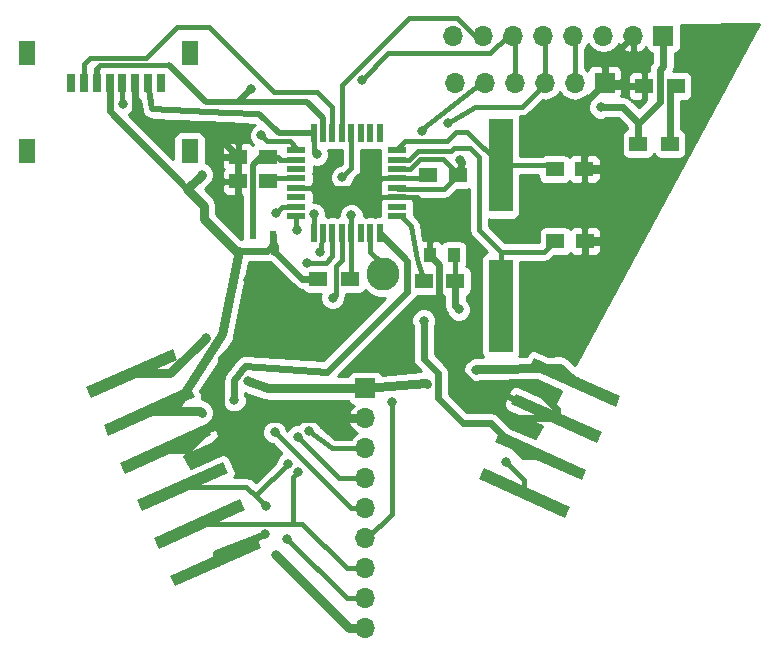
<source format=gbr>
G04 #@! TF.GenerationSoftware,KiCad,Pcbnew,no-vcs-found*
G04 #@! TF.CreationDate,2018-07-26T11:27:16+02:00*
G04 #@! TF.ProjectId,mycelium_pcb_micro,6D7963656C69756D5F7063625F6D6963,rev?*
G04 #@! TF.SameCoordinates,Original
G04 #@! TF.FileFunction,Copper,L1,Top,Signal*
G04 #@! TF.FilePolarity,Positive*
%FSLAX46Y46*%
G04 Gerber Fmt 4.6, Leading zero omitted, Abs format (unit mm)*
G04 Created by KiCad (PCBNEW no-vcs-found) date Thu Jul 26 11:27:16 2018*
%MOMM*%
%LPD*%
G01*
G04 APERTURE LIST*
%ADD10O,1.700000X1.700000*%
%ADD11R,1.700000X1.700000*%
%ADD12C,1.000000*%
%ADD13C,0.050000*%
%ADD14R,1.500000X1.250000*%
%ADD15R,1.000000X1.250000*%
%ADD16R,1.500000X1.300000*%
%ADD17C,2.800000*%
%ADD18R,0.800000X1.500000*%
%ADD19R,1.450000X2.000000*%
%ADD20R,0.600000X0.800000*%
%ADD21R,1.600000X0.550000*%
%ADD22R,0.550000X1.600000*%
%ADD23R,2.000000X7.875000*%
%ADD24C,0.800000*%
%ADD25C,0.600000*%
%ADD26C,0.800000*%
%ADD27C,0.400000*%
%ADD28C,0.550000*%
%ADD29C,0.254000*%
G04 APERTURE END LIST*
D10*
X145707100Y-89789000D03*
X145707100Y-87249000D03*
X145707100Y-84709000D03*
X145707100Y-82169000D03*
X145707100Y-79629000D03*
X145707100Y-77089000D03*
X145707100Y-74549000D03*
D11*
X145707100Y-72009000D03*
D10*
X145707100Y-92329000D03*
D12*
X125945900Y-70739000D03*
D13*
G36*
X129803450Y-69568826D02*
X122495086Y-72822719D01*
X122088350Y-71909174D01*
X129396714Y-68655281D01*
X129803450Y-69568826D01*
X129803450Y-69568826D01*
G37*
D12*
X127406400Y-73926700D03*
D13*
G36*
X131263950Y-72756526D02*
X123955586Y-76010419D01*
X123548850Y-75096874D01*
X130857214Y-71842981D01*
X131263950Y-72756526D01*
X131263950Y-72756526D01*
G37*
D12*
X160566100Y-77711300D03*
D13*
G36*
X164016914Y-79795019D02*
X156708550Y-76541126D01*
X157115286Y-75627581D01*
X164423650Y-78881474D01*
X164016914Y-79795019D01*
X164016914Y-79795019D01*
G37*
D14*
X134957500Y-52425600D03*
X137457500Y-52425600D03*
X151048400Y-53911500D03*
X153548400Y-53911500D03*
X137457500Y-54483000D03*
X134957500Y-54483000D03*
D15*
X153184100Y-60731400D03*
X151184100Y-60731400D03*
D14*
X161792600Y-59537600D03*
X164292600Y-59537600D03*
X164241800Y-53441600D03*
X161741800Y-53441600D03*
D16*
X169312600Y-46405800D03*
X172012600Y-46405800D03*
D17*
X147193000Y-62306200D03*
D11*
X165976300Y-46139100D03*
D10*
X163436300Y-46139100D03*
X160896300Y-46139100D03*
X158356300Y-46139100D03*
X155816300Y-46139100D03*
X153276300Y-46139100D03*
D18*
X120752000Y-46195000D03*
X121852000Y-46195000D03*
X122952000Y-46195000D03*
X124052000Y-46195000D03*
X125152000Y-46195000D03*
X126252000Y-46195000D03*
X127352000Y-46195000D03*
X128452000Y-46195000D03*
D19*
X130827000Y-51895000D03*
X117077000Y-51895000D03*
X117077000Y-43595000D03*
X130827000Y-43595000D03*
D11*
X170954700Y-42138600D03*
D10*
X168414700Y-42138600D03*
X165874700Y-42138600D03*
X163334700Y-42138600D03*
X160794700Y-42138600D03*
X158254700Y-42138600D03*
X155714700Y-42138600D03*
X153174700Y-42138600D03*
D12*
X128790700Y-77139800D03*
D13*
G36*
X132648250Y-75969626D02*
X125339886Y-79223519D01*
X124933150Y-78309974D01*
X132241514Y-75056081D01*
X132648250Y-75969626D01*
X132648250Y-75969626D01*
G37*
D12*
X130225800Y-80327500D03*
D13*
G36*
X134083350Y-79157326D02*
X126774986Y-82411219D01*
X126368250Y-81497674D01*
X133676614Y-78243781D01*
X134083350Y-79157326D01*
X134083350Y-79157326D01*
G37*
D12*
X133057900Y-86690200D03*
D13*
G36*
X136915450Y-85520026D02*
X129607086Y-88773919D01*
X129200350Y-87860374D01*
X136508714Y-84606481D01*
X136915450Y-85520026D01*
X136915450Y-85520026D01*
G37*
D12*
X163449000Y-71488300D03*
D13*
G36*
X166899814Y-73572019D02*
X159591450Y-70318126D01*
X159998186Y-69404581D01*
X167306550Y-72658474D01*
X166899814Y-73572019D01*
X166899814Y-73572019D01*
G37*
D12*
X161912300Y-74536300D03*
D13*
G36*
X165363114Y-76620019D02*
X158054750Y-73366126D01*
X158461486Y-72452581D01*
X165769850Y-75706474D01*
X165363114Y-76620019D01*
X165363114Y-76620019D01*
G37*
D12*
X131673600Y-83489800D03*
D13*
G36*
X135531150Y-82319626D02*
X128222786Y-85573519D01*
X127816050Y-84659974D01*
X135124414Y-81406081D01*
X135531150Y-82319626D01*
X135531150Y-82319626D01*
G37*
D12*
X159169100Y-80873600D03*
D13*
G36*
X162619914Y-82957319D02*
X155311550Y-79703426D01*
X155718286Y-78789881D01*
X163026650Y-82043774D01*
X162619914Y-82957319D01*
X162619914Y-82957319D01*
G37*
D20*
X136195700Y-59029600D03*
X137895700Y-59029600D03*
D16*
X153343600Y-62903100D03*
X150643600Y-62903100D03*
X141728200Y-62712600D03*
X144428200Y-62712600D03*
X168804600Y-51295300D03*
X171504600Y-51295300D03*
D21*
X148382300Y-57435400D03*
X148382300Y-56635400D03*
X148382300Y-55835400D03*
X148382300Y-55035400D03*
X148382300Y-54235400D03*
X148382300Y-53435400D03*
X148382300Y-52635400D03*
X148382300Y-51835400D03*
D22*
X146932300Y-50385400D03*
X146132300Y-50385400D03*
X145332300Y-50385400D03*
X144532300Y-50385400D03*
X143732300Y-50385400D03*
X142932300Y-50385400D03*
X142132300Y-50385400D03*
X141332300Y-50385400D03*
D21*
X139882300Y-51835400D03*
X139882300Y-52635400D03*
X139882300Y-53435400D03*
X139882300Y-54235400D03*
X139882300Y-55035400D03*
X139882300Y-55835400D03*
X139882300Y-56635400D03*
X139882300Y-57435400D03*
D22*
X141332300Y-58885400D03*
X142132300Y-58885400D03*
X142932300Y-58885400D03*
X143732300Y-58885400D03*
X144532300Y-58885400D03*
X145332300Y-58885400D03*
X146132300Y-58885400D03*
X146932300Y-58885400D03*
D23*
X157187900Y-53130200D03*
X157187900Y-65005200D03*
D24*
X133083300Y-52158900D03*
X150749000Y-56629300D03*
X146050000Y-53327300D03*
X142049500Y-54343300D03*
X166611300Y-59321700D03*
X166001700Y-53225700D03*
X134264400Y-57340500D03*
X135788400Y-62865000D03*
X159816800Y-71691500D03*
X160147000Y-67221100D03*
X154457400Y-72999600D03*
X131864100Y-74066400D03*
X138112500Y-86144100D03*
X131864100Y-53911500D03*
X153695400Y-52654200D03*
X165633400Y-48221900D03*
X132207000Y-67729100D03*
X135788400Y-71412100D03*
X155041600Y-70459600D03*
X150926800Y-71615300D03*
X153619200Y-65328800D03*
X150647400Y-66268600D03*
X140779500Y-61404500D03*
X139153900Y-78371700D03*
X137274300Y-81953100D03*
X139065000Y-84734400D03*
X142951200Y-64350900D03*
X139979400Y-79121000D03*
X147929600Y-73164700D03*
X141871700Y-60490100D03*
X138137900Y-57162700D03*
X138023600Y-75717400D03*
X141338300Y-57277000D03*
X139979400Y-76085700D03*
X139954000Y-58610500D03*
X140919200Y-75615800D03*
X136880600Y-50596800D03*
X125158500Y-47929800D03*
X141605000Y-52197000D03*
X152704800Y-49517300D03*
X145427700Y-45872400D03*
X136017000Y-46634400D03*
X150495000Y-50215800D03*
X144538700Y-57365900D03*
X137223500Y-84302600D03*
X134620000Y-73012300D03*
X157632400Y-78232000D03*
X143725900Y-54152800D03*
D25*
X134957500Y-52425600D02*
X133350000Y-52425600D01*
X133350000Y-52425600D02*
X133083300Y-52158900D01*
X150749000Y-56629300D02*
X150831550Y-56546750D01*
X145230800Y-54235400D02*
X145230800Y-54146500D01*
X145230800Y-54146500D02*
X146050000Y-53327300D01*
D26*
X164292600Y-59537600D02*
X166395400Y-59537600D01*
X166395400Y-59537600D02*
X166611300Y-59321700D01*
X164241800Y-53441600D02*
X165785800Y-53441600D01*
X165785800Y-53441600D02*
X166001700Y-53225700D01*
D25*
X133527800Y-74549000D02*
X133527800Y-69430900D01*
X134957500Y-56647400D02*
X134957500Y-54483000D01*
X134264400Y-57340500D02*
X134957500Y-56647400D01*
X135788400Y-67170300D02*
X135788400Y-62865000D01*
X133527800Y-69430900D02*
X135788400Y-67170300D01*
X164292600Y-59537600D02*
X164292600Y-63075500D01*
X161912300Y-73787000D02*
X161912300Y-74536300D01*
X159816800Y-71691500D02*
X161912300Y-73787000D01*
X164292600Y-63075500D02*
X160147000Y-67221100D01*
X155257500Y-72199500D02*
X155257500Y-72085200D01*
X154457400Y-72999600D02*
X155257500Y-72199500D01*
X161912300Y-74536300D02*
X157708600Y-74536300D01*
X157708600Y-74536300D02*
X155257500Y-72085200D01*
X151980900Y-61528200D02*
X151184100Y-60731400D01*
X155257500Y-72085200D02*
X151866600Y-68694300D01*
X151866600Y-68694300D02*
X151866600Y-64503300D01*
X151866600Y-64503300D02*
X151980900Y-64389000D01*
X151980900Y-64389000D02*
X151980900Y-61528200D01*
X169312600Y-46405800D02*
X166243000Y-46405800D01*
X166243000Y-46405800D02*
X165976300Y-46139100D01*
D26*
X128790700Y-77139800D02*
X130619500Y-77139800D01*
X133210300Y-74549000D02*
X133527800Y-74549000D01*
X133527800Y-74549000D02*
X145707100Y-74549000D01*
X130619500Y-77139800D02*
X133210300Y-74549000D01*
D27*
X164292600Y-59537600D02*
X164292600Y-53492400D01*
X164292600Y-53492400D02*
X164241800Y-53441600D01*
D25*
X164241800Y-53441600D02*
X164241800Y-47873600D01*
X164241800Y-47873600D02*
X165976300Y-46139100D01*
X165976300Y-46139100D02*
X165976300Y-44577000D01*
X165976300Y-44577000D02*
X168414700Y-42138600D01*
D27*
X134957500Y-54483000D02*
X134957500Y-54553800D01*
D25*
X134957500Y-52425600D02*
X134957500Y-52394800D01*
X134957500Y-52394800D02*
X132283200Y-49720500D01*
X126252000Y-48489900D02*
X126252000Y-46195000D01*
X127482600Y-49720500D02*
X126252000Y-48489900D01*
X132283200Y-49720500D02*
X127482600Y-49720500D01*
X134957500Y-54483000D02*
X134957500Y-52425600D01*
D27*
X148382300Y-55835400D02*
X150120200Y-55835400D01*
X150120200Y-55835400D02*
X150831550Y-56546750D01*
X150831550Y-56546750D02*
X151184100Y-56899300D01*
X151184100Y-56899300D02*
X151184100Y-60731400D01*
X148382300Y-55835400D02*
X145230800Y-55835400D01*
X145230800Y-55835400D02*
X144430800Y-55035400D01*
X148382300Y-54235400D02*
X145230800Y-54235400D01*
X144430800Y-55035400D02*
X139882300Y-55035400D01*
X145230800Y-54235400D02*
X144430800Y-55035400D01*
X148382300Y-54235400D02*
X150724500Y-54235400D01*
X150724500Y-54235400D02*
X151048400Y-53911500D01*
D28*
X136195700Y-59029600D02*
X136195700Y-53123200D01*
X136195700Y-53123200D02*
X136893300Y-52425600D01*
X136893300Y-52425600D02*
X137457500Y-52425600D01*
D27*
X137457500Y-52425600D02*
X138277600Y-52425600D01*
X138487400Y-52635400D02*
X139882300Y-52635400D01*
X138277600Y-52425600D02*
X138487400Y-52635400D01*
D26*
X145707100Y-92329000D02*
X144297400Y-92329000D01*
X131724400Y-73926700D02*
X127406400Y-73926700D01*
X131864100Y-74066400D02*
X131724400Y-73926700D01*
X144297400Y-92329000D02*
X138112500Y-86144100D01*
X138010900Y-60337700D02*
X138010900Y-59971200D01*
X138010900Y-59971200D02*
X137895700Y-59856000D01*
D25*
X170954700Y-42138600D02*
X170954700Y-44716700D01*
X170624500Y-47777400D02*
X168804600Y-49597300D01*
X170624500Y-45046900D02*
X170624500Y-47777400D01*
X170954700Y-44716700D02*
X170624500Y-45046900D01*
X168804600Y-51295300D02*
X168804600Y-49597300D01*
X168804600Y-49597300D02*
X168804600Y-49500800D01*
X168804600Y-49500800D02*
X167525700Y-48221900D01*
X141728200Y-62712600D02*
X140385800Y-62712600D01*
X140385800Y-62712600D02*
X138010900Y-60337700D01*
X138010900Y-60337700D02*
X137972800Y-60299600D01*
D26*
X127406400Y-73926700D02*
X129425700Y-73926700D01*
X133612256Y-67407895D02*
X135001000Y-60375800D01*
X129425700Y-73926700D02*
X133612256Y-67407895D01*
X131864100Y-53911500D02*
X130651250Y-55124350D01*
D25*
X153904000Y-52862800D02*
X153548400Y-53911500D01*
X153695400Y-52654200D02*
X153904000Y-52862800D01*
X167525700Y-48221900D02*
X165633400Y-48221900D01*
X124052000Y-46195000D02*
X124052000Y-48525100D01*
X124052000Y-48525100D02*
X130651250Y-55124350D01*
D26*
X130651250Y-55124350D02*
X132067300Y-56540400D01*
X132067300Y-56540400D02*
X132067300Y-57365900D01*
X132067300Y-57365900D02*
X132067300Y-57696100D01*
X132067300Y-57696100D02*
X134747000Y-60375800D01*
X134747000Y-60375800D02*
X135001000Y-60375800D01*
D25*
X137895700Y-59856000D02*
X137895700Y-59029600D01*
X137375900Y-60375800D02*
X137895700Y-59856000D01*
X135001000Y-60375800D02*
X137375900Y-60375800D01*
D27*
X153548400Y-53911500D02*
X153548400Y-53944200D01*
X153548400Y-53944200D02*
X152387300Y-55105300D01*
X152387300Y-55105300D02*
X148452200Y-55105300D01*
X148452200Y-55105300D02*
X148382300Y-55035400D01*
X153548400Y-53911500D02*
X153548400Y-53840700D01*
X153548400Y-53840700D02*
X152285700Y-52578000D01*
X152285700Y-52578000D02*
X150380700Y-52578000D01*
X150380700Y-52578000D02*
X149523300Y-53435400D01*
X149523300Y-53435400D02*
X148382300Y-53435400D01*
X139882300Y-54235400D02*
X137705100Y-54235400D01*
X137705100Y-54235400D02*
X137457500Y-54483000D01*
D26*
X145707100Y-72009000D02*
X137452100Y-72009000D01*
X129197100Y-70739000D02*
X125945900Y-70739000D01*
X132207000Y-67729100D02*
X129197100Y-70739000D01*
X137452100Y-72009000D02*
X135788400Y-71412100D01*
X145707100Y-72009000D02*
X150888700Y-71577200D01*
X162217100Y-70256400D02*
X163449000Y-71488300D01*
X155117800Y-70383400D02*
X162217100Y-70256400D01*
X155041600Y-70459600D02*
X155117800Y-70383400D01*
X150888700Y-71577200D02*
X150926800Y-71615300D01*
D28*
X151828500Y-72809100D02*
X153962100Y-74942700D01*
D25*
X160566100Y-77711300D02*
X159092900Y-77711300D01*
X153343600Y-65053200D02*
X153343600Y-62903100D01*
X153619200Y-65328800D02*
X153343600Y-65053200D01*
X150647400Y-69494400D02*
X150647400Y-66268600D01*
X151828500Y-70675500D02*
X150647400Y-69494400D01*
X151828500Y-72809100D02*
X151828500Y-70675500D01*
X156324300Y-74942700D02*
X153962100Y-74942700D01*
X159092900Y-77711300D02*
X156324300Y-74942700D01*
D27*
X153343600Y-62903100D02*
X153343600Y-60890900D01*
X153343600Y-60890900D02*
X153184100Y-60731400D01*
X157187900Y-60464700D02*
X160865500Y-60464700D01*
X160865500Y-60464700D02*
X161792600Y-59537600D01*
X157187900Y-65005200D02*
X157187900Y-60464700D01*
X149408900Y-52635400D02*
X148382300Y-52635400D01*
X150164800Y-51879500D02*
X149408900Y-52635400D01*
X152984200Y-51879500D02*
X150164800Y-51879500D01*
X153212800Y-51650900D02*
X152984200Y-51879500D01*
X154571700Y-51650900D02*
X153212800Y-51650900D01*
X155308300Y-52387500D02*
X154571700Y-51650900D01*
X155308300Y-58585100D02*
X155308300Y-52387500D01*
X157187900Y-60464700D02*
X155308300Y-58585100D01*
X148382300Y-51835400D02*
X148382300Y-51757000D01*
X148382300Y-51757000D02*
X149072600Y-51066700D01*
X149072600Y-51066700D02*
X152628600Y-51066700D01*
X152628600Y-51066700D02*
X153428700Y-50266600D01*
X153428700Y-50266600D02*
X154324300Y-50266600D01*
X154324300Y-50266600D02*
X157187900Y-53130200D01*
X157187900Y-53130200D02*
X161430400Y-53130200D01*
X161430400Y-53130200D02*
X161741800Y-53441600D01*
D25*
X171504600Y-51295300D02*
X171504600Y-46452800D01*
D27*
X147193000Y-62306200D02*
X147193000Y-61493400D01*
X147193000Y-61493400D02*
X146132300Y-60432700D01*
X146132300Y-60432700D02*
X146132300Y-58885400D01*
X136550400Y-81229200D02*
X136550400Y-80975200D01*
X142932300Y-60801100D02*
X142932300Y-58885400D01*
X142341600Y-61391800D02*
X142932300Y-60801100D01*
X140792200Y-61391800D02*
X142341600Y-61391800D01*
X140779500Y-61404500D02*
X140792200Y-61391800D01*
X136550400Y-80975200D02*
X139153900Y-78371700D01*
X145707100Y-89789000D02*
X144119600Y-89789000D01*
X135648700Y-80327500D02*
X130225800Y-80327500D01*
X137274300Y-81953100D02*
X136550400Y-81229200D01*
X136550400Y-81229200D02*
X135648700Y-80327500D01*
X144119600Y-89789000D02*
X139065000Y-84734400D01*
X139573000Y-83489800D02*
X139573000Y-79527400D01*
X143732300Y-61169500D02*
X143732300Y-58885400D01*
X143230600Y-61671200D02*
X143732300Y-61169500D01*
X143230600Y-64071500D02*
X143230600Y-61671200D01*
X142951200Y-64350900D02*
X143230600Y-64071500D01*
X139573000Y-79527400D02*
X139979400Y-79121000D01*
X145707100Y-87249000D02*
X145770600Y-87249000D01*
X145707100Y-87249000D02*
X144132300Y-87249000D01*
X140373100Y-83489800D02*
X139573000Y-83489800D01*
X139573000Y-83489800D02*
X131673600Y-83489800D01*
X144132300Y-87249000D02*
X140373100Y-83489800D01*
X145707100Y-84709000D02*
X145834100Y-84709000D01*
X145834100Y-84709000D02*
X147929600Y-82613500D01*
X147929600Y-82613500D02*
X147929600Y-73164700D01*
X141871700Y-60490100D02*
X141903700Y-60458100D01*
X141903700Y-60458100D02*
X142132300Y-58885400D01*
X145707100Y-82169000D02*
X144475200Y-82169000D01*
X138665200Y-56635400D02*
X139882300Y-56635400D01*
X138137900Y-57162700D02*
X138665200Y-56635400D01*
X144475200Y-82169000D02*
X138023600Y-75717400D01*
X145707100Y-79629000D02*
X143522700Y-79629000D01*
X141332300Y-57283000D02*
X141332300Y-58885400D01*
X141338300Y-57277000D02*
X141332300Y-57283000D01*
X143522700Y-79629000D02*
X139979400Y-76085700D01*
X145707100Y-77089000D02*
X142887700Y-77089000D01*
X139882300Y-58538800D02*
X139882300Y-57435400D01*
X139954000Y-58610500D02*
X139882300Y-58538800D01*
X142887700Y-77089000D02*
X140919200Y-75615800D01*
X163436300Y-46139100D02*
X163436300Y-42240200D01*
X163436300Y-42240200D02*
X163334700Y-42138600D01*
X125152000Y-46195000D02*
X125152000Y-47923300D01*
X139331700Y-51066700D02*
X139882300Y-51617300D01*
X137350500Y-51066700D02*
X139331700Y-51066700D01*
X136880600Y-50596800D02*
X137350500Y-51066700D01*
X125152000Y-47923300D02*
X125158500Y-47929800D01*
X139882300Y-51617300D02*
X139882300Y-51835400D01*
X160896300Y-46139100D02*
X160896300Y-46253400D01*
X160896300Y-46253400D02*
X159004000Y-48145700D01*
X141332300Y-51924300D02*
X141332300Y-50385400D01*
X141605000Y-52197000D02*
X141332300Y-51924300D01*
X154965400Y-48145700D02*
X152704800Y-49517300D01*
X159004000Y-48145700D02*
X154965400Y-48145700D01*
X160896300Y-46139100D02*
X160896300Y-42240200D01*
X160896300Y-42240200D02*
X160794700Y-42138600D01*
D28*
X141332300Y-50385400D02*
X138434500Y-50385400D01*
X138434500Y-50385400D02*
X136720965Y-48793429D01*
X136720965Y-48793429D02*
X134112000Y-48666400D01*
X134112000Y-48666400D02*
X127685800Y-48336200D01*
X127685800Y-48336200D02*
X127352000Y-46195000D01*
X132207000Y-47726600D02*
X134924800Y-47726600D01*
X134924800Y-47726600D02*
X135178800Y-47472600D01*
X135178800Y-47472600D02*
X136017000Y-46634400D01*
D27*
X156273500Y-43637200D02*
X147662900Y-43637200D01*
X147662900Y-43637200D02*
X145427700Y-45872400D01*
X157772100Y-42138600D02*
X156273500Y-43637200D01*
X135178800Y-47472600D02*
X135026400Y-47472600D01*
X158254700Y-42138600D02*
X157772100Y-42138600D01*
X158356300Y-46139100D02*
X158356300Y-42240200D01*
X158356300Y-42240200D02*
X158254700Y-42138600D01*
D28*
X122952000Y-46195000D02*
X122952000Y-44967400D01*
X142132300Y-49117500D02*
X142132300Y-50385400D01*
X140741400Y-47726600D02*
X142132300Y-49117500D01*
X132181600Y-47726600D02*
X132207000Y-47726600D01*
X132207000Y-47726600D02*
X140741400Y-47726600D01*
X129108200Y-44653200D02*
X132181600Y-47726600D01*
D27*
X123266200Y-44653200D02*
X129108200Y-44653200D01*
X122952000Y-44967400D02*
X123266200Y-44653200D01*
X155816300Y-46139100D02*
X155524200Y-46139100D01*
X155524200Y-46139100D02*
X150495000Y-50063400D01*
X150495000Y-50063400D02*
X150495000Y-50215800D01*
X144538700Y-57365900D02*
X144532300Y-57372300D01*
X144532300Y-57372300D02*
X144532300Y-58885400D01*
X144532300Y-58885400D02*
X144532300Y-62608500D01*
X144532300Y-62608500D02*
X144428200Y-62712600D01*
X121852000Y-46195000D02*
X121852000Y-44556100D01*
X142932300Y-48215700D02*
X142932300Y-50385400D01*
X141655800Y-46939200D02*
X142932300Y-48215700D01*
X137985500Y-46939200D02*
X141655800Y-46939200D01*
X132486400Y-41440100D02*
X137985500Y-46939200D01*
X129755900Y-41440100D02*
X132486400Y-41440100D01*
X127165100Y-44030900D02*
X129755900Y-41440100D01*
X122377200Y-44030900D02*
X127165100Y-44030900D01*
X121852000Y-44556100D02*
X122377200Y-44030900D01*
X155714700Y-42138600D02*
X155028900Y-42138600D01*
X155028900Y-42138600D02*
X153504900Y-40614600D01*
X153504900Y-40614600D02*
X149428200Y-40614600D01*
X149428200Y-40614600D02*
X143732300Y-46310500D01*
X143732300Y-46310500D02*
X143732300Y-50385400D01*
X146932300Y-58885400D02*
X146932300Y-58895900D01*
D25*
X146932300Y-58895900D02*
X149250400Y-61214000D01*
X133057900Y-85928200D02*
X133057900Y-86690200D01*
X137223500Y-84302600D02*
X133057900Y-85928200D01*
X134620000Y-71259700D02*
X134620000Y-73012300D01*
X135559800Y-70104000D02*
X134620000Y-71259700D01*
X142468600Y-70599300D02*
X135559800Y-70104000D01*
X149250400Y-63817500D02*
X142468600Y-70599300D01*
X149250400Y-61214000D02*
X149250400Y-63817500D01*
D27*
X146932300Y-58997500D02*
X146932300Y-58885400D01*
X144532300Y-50385400D02*
X144532300Y-53346400D01*
X159169100Y-79768700D02*
X159169100Y-80873600D01*
X157632400Y-78232000D02*
X159169100Y-79768700D01*
X144532300Y-53346400D02*
X143725900Y-54152800D01*
X148382300Y-57435400D02*
X148748400Y-57435400D01*
X148748400Y-57435400D02*
X149567900Y-58254900D01*
X149567900Y-58254900D02*
X150063200Y-61074300D01*
X150063200Y-61074300D02*
X150643600Y-62903100D01*
D29*
G36*
X137614823Y-61293915D02*
X137652275Y-61301365D01*
X139724655Y-63373745D01*
X140027991Y-63576427D01*
X140385800Y-63647600D01*
X140404923Y-63647600D01*
X140520391Y-63820409D01*
X140730435Y-63960757D01*
X140978200Y-64010040D01*
X141972056Y-64010040D01*
X141916380Y-64144123D01*
X141916021Y-64555871D01*
X142073258Y-64936415D01*
X142364154Y-65227819D01*
X142744423Y-65385720D01*
X143156171Y-65386079D01*
X143536715Y-65228842D01*
X143828119Y-64937946D01*
X143986020Y-64557677D01*
X143986145Y-64414829D01*
X144002039Y-64391041D01*
X144065600Y-64071500D01*
X144065600Y-64010040D01*
X145178200Y-64010040D01*
X145425965Y-63960757D01*
X145636009Y-63820409D01*
X145713453Y-63704507D01*
X146038760Y-64030383D01*
X146786438Y-64340846D01*
X147404225Y-64341385D01*
X142109457Y-69636153D01*
X135626660Y-69171394D01*
X135545458Y-69181579D01*
X135463974Y-69173923D01*
X135366196Y-69204064D01*
X135264677Y-69216798D01*
X135193550Y-69257285D01*
X135115344Y-69281393D01*
X135036548Y-69346654D01*
X134947624Y-69397271D01*
X134897406Y-69461894D01*
X134834377Y-69514096D01*
X133894577Y-70669796D01*
X133831338Y-70789399D01*
X133756173Y-70901891D01*
X133746714Y-70949446D01*
X133724051Y-70992307D01*
X133711395Y-71127005D01*
X133685000Y-71259700D01*
X133685000Y-72565129D01*
X133585180Y-72805523D01*
X133584821Y-73217271D01*
X133742058Y-73597815D01*
X134032954Y-73889219D01*
X134413223Y-74047120D01*
X134824971Y-74047479D01*
X135205515Y-73890242D01*
X135496919Y-73599346D01*
X135654820Y-73219077D01*
X135655179Y-72807329D01*
X135555000Y-72564876D01*
X135555000Y-72435865D01*
X135581623Y-72446920D01*
X135607913Y-72446943D01*
X137102579Y-72983197D01*
X137278069Y-73009383D01*
X137452100Y-73044000D01*
X144246458Y-73044000D01*
X144258943Y-73106765D01*
X144399291Y-73316809D01*
X144609335Y-73457157D01*
X144712808Y-73477739D01*
X144435455Y-73782076D01*
X144265624Y-74192110D01*
X144386945Y-74422000D01*
X145580100Y-74422000D01*
X145580100Y-74402000D01*
X145834100Y-74402000D01*
X145834100Y-74422000D01*
X145854100Y-74422000D01*
X145854100Y-74676000D01*
X145834100Y-74676000D01*
X145834100Y-74696000D01*
X145580100Y-74696000D01*
X145580100Y-74676000D01*
X144386945Y-74676000D01*
X144265624Y-74905890D01*
X144435455Y-75315924D01*
X144825742Y-75744183D01*
X144968653Y-75811298D01*
X144627953Y-76038946D01*
X144484259Y-76254000D01*
X143165553Y-76254000D01*
X141916542Y-75319255D01*
X141797142Y-75030285D01*
X141506246Y-74738881D01*
X141125977Y-74580980D01*
X140714229Y-74580621D01*
X140333685Y-74737858D01*
X140042281Y-75028754D01*
X140033149Y-75050747D01*
X139774429Y-75050521D01*
X139393885Y-75207758D01*
X139102481Y-75498654D01*
X139068223Y-75581155D01*
X139058727Y-75571659D01*
X139058779Y-75512429D01*
X138901542Y-75131885D01*
X138610646Y-74840481D01*
X138230377Y-74682580D01*
X137818629Y-74682221D01*
X137438085Y-74839458D01*
X137146681Y-75130354D01*
X136988780Y-75510623D01*
X136988421Y-75922371D01*
X137145658Y-76302915D01*
X137436554Y-76594319D01*
X137816823Y-76752220D01*
X137877605Y-76752273D01*
X138604265Y-77478933D01*
X138568385Y-77493758D01*
X138276981Y-77784654D01*
X138119080Y-78164923D01*
X138119027Y-78225705D01*
X136423400Y-79921332D01*
X136239134Y-79737066D01*
X136200773Y-79711434D01*
X135968241Y-79556061D01*
X135648700Y-79492500D01*
X134622703Y-79492500D01*
X134687787Y-79389348D01*
X134730568Y-79140378D01*
X134674816Y-78893989D01*
X134268080Y-77980444D01*
X134122282Y-77774145D01*
X133908636Y-77639344D01*
X133659666Y-77596563D01*
X133413276Y-77652315D01*
X130942289Y-78752469D01*
X130333860Y-77695153D01*
X132791139Y-76601102D01*
X133021918Y-76498353D01*
X133195809Y-76315110D01*
X133286339Y-76079269D01*
X133279726Y-75826737D01*
X133141208Y-75515621D01*
X132931613Y-75435165D01*
X129828414Y-76816799D01*
X129701049Y-76595468D01*
X132828302Y-75203125D01*
X132908758Y-74993530D01*
X132770240Y-74682414D01*
X132740383Y-74654081D01*
X132741019Y-74653446D01*
X132898920Y-74273177D01*
X132899100Y-74066404D01*
X132899101Y-74066400D01*
X132899100Y-74066396D01*
X132899279Y-73861429D01*
X132742042Y-73480885D01*
X132451146Y-73189481D01*
X132443442Y-73186282D01*
X132120477Y-72970485D01*
X131879720Y-72922595D01*
X131911168Y-72739578D01*
X131855416Y-72493189D01*
X131741183Y-72236616D01*
X134483125Y-67967191D01*
X134553872Y-67787218D01*
X134627645Y-67608421D01*
X135871340Y-61310800D01*
X137375900Y-61310800D01*
X137579486Y-61270304D01*
X137614823Y-61293915D01*
X137614823Y-61293915D01*
G37*
X137614823Y-61293915D02*
X137652275Y-61301365D01*
X139724655Y-63373745D01*
X140027991Y-63576427D01*
X140385800Y-63647600D01*
X140404923Y-63647600D01*
X140520391Y-63820409D01*
X140730435Y-63960757D01*
X140978200Y-64010040D01*
X141972056Y-64010040D01*
X141916380Y-64144123D01*
X141916021Y-64555871D01*
X142073258Y-64936415D01*
X142364154Y-65227819D01*
X142744423Y-65385720D01*
X143156171Y-65386079D01*
X143536715Y-65228842D01*
X143828119Y-64937946D01*
X143986020Y-64557677D01*
X143986145Y-64414829D01*
X144002039Y-64391041D01*
X144065600Y-64071500D01*
X144065600Y-64010040D01*
X145178200Y-64010040D01*
X145425965Y-63960757D01*
X145636009Y-63820409D01*
X145713453Y-63704507D01*
X146038760Y-64030383D01*
X146786438Y-64340846D01*
X147404225Y-64341385D01*
X142109457Y-69636153D01*
X135626660Y-69171394D01*
X135545458Y-69181579D01*
X135463974Y-69173923D01*
X135366196Y-69204064D01*
X135264677Y-69216798D01*
X135193550Y-69257285D01*
X135115344Y-69281393D01*
X135036548Y-69346654D01*
X134947624Y-69397271D01*
X134897406Y-69461894D01*
X134834377Y-69514096D01*
X133894577Y-70669796D01*
X133831338Y-70789399D01*
X133756173Y-70901891D01*
X133746714Y-70949446D01*
X133724051Y-70992307D01*
X133711395Y-71127005D01*
X133685000Y-71259700D01*
X133685000Y-72565129D01*
X133585180Y-72805523D01*
X133584821Y-73217271D01*
X133742058Y-73597815D01*
X134032954Y-73889219D01*
X134413223Y-74047120D01*
X134824971Y-74047479D01*
X135205515Y-73890242D01*
X135496919Y-73599346D01*
X135654820Y-73219077D01*
X135655179Y-72807329D01*
X135555000Y-72564876D01*
X135555000Y-72435865D01*
X135581623Y-72446920D01*
X135607913Y-72446943D01*
X137102579Y-72983197D01*
X137278069Y-73009383D01*
X137452100Y-73044000D01*
X144246458Y-73044000D01*
X144258943Y-73106765D01*
X144399291Y-73316809D01*
X144609335Y-73457157D01*
X144712808Y-73477739D01*
X144435455Y-73782076D01*
X144265624Y-74192110D01*
X144386945Y-74422000D01*
X145580100Y-74422000D01*
X145580100Y-74402000D01*
X145834100Y-74402000D01*
X145834100Y-74422000D01*
X145854100Y-74422000D01*
X145854100Y-74676000D01*
X145834100Y-74676000D01*
X145834100Y-74696000D01*
X145580100Y-74696000D01*
X145580100Y-74676000D01*
X144386945Y-74676000D01*
X144265624Y-74905890D01*
X144435455Y-75315924D01*
X144825742Y-75744183D01*
X144968653Y-75811298D01*
X144627953Y-76038946D01*
X144484259Y-76254000D01*
X143165553Y-76254000D01*
X141916542Y-75319255D01*
X141797142Y-75030285D01*
X141506246Y-74738881D01*
X141125977Y-74580980D01*
X140714229Y-74580621D01*
X140333685Y-74737858D01*
X140042281Y-75028754D01*
X140033149Y-75050747D01*
X139774429Y-75050521D01*
X139393885Y-75207758D01*
X139102481Y-75498654D01*
X139068223Y-75581155D01*
X139058727Y-75571659D01*
X139058779Y-75512429D01*
X138901542Y-75131885D01*
X138610646Y-74840481D01*
X138230377Y-74682580D01*
X137818629Y-74682221D01*
X137438085Y-74839458D01*
X137146681Y-75130354D01*
X136988780Y-75510623D01*
X136988421Y-75922371D01*
X137145658Y-76302915D01*
X137436554Y-76594319D01*
X137816823Y-76752220D01*
X137877605Y-76752273D01*
X138604265Y-77478933D01*
X138568385Y-77493758D01*
X138276981Y-77784654D01*
X138119080Y-78164923D01*
X138119027Y-78225705D01*
X136423400Y-79921332D01*
X136239134Y-79737066D01*
X136200773Y-79711434D01*
X135968241Y-79556061D01*
X135648700Y-79492500D01*
X134622703Y-79492500D01*
X134687787Y-79389348D01*
X134730568Y-79140378D01*
X134674816Y-78893989D01*
X134268080Y-77980444D01*
X134122282Y-77774145D01*
X133908636Y-77639344D01*
X133659666Y-77596563D01*
X133413276Y-77652315D01*
X130942289Y-78752469D01*
X130333860Y-77695153D01*
X132791139Y-76601102D01*
X133021918Y-76498353D01*
X133195809Y-76315110D01*
X133286339Y-76079269D01*
X133279726Y-75826737D01*
X133141208Y-75515621D01*
X132931613Y-75435165D01*
X129828414Y-76816799D01*
X129701049Y-76595468D01*
X132828302Y-75203125D01*
X132908758Y-74993530D01*
X132770240Y-74682414D01*
X132740383Y-74654081D01*
X132741019Y-74653446D01*
X132898920Y-74273177D01*
X132899100Y-74066404D01*
X132899101Y-74066400D01*
X132899100Y-74066396D01*
X132899279Y-73861429D01*
X132742042Y-73480885D01*
X132451146Y-73189481D01*
X132443442Y-73186282D01*
X132120477Y-72970485D01*
X131879720Y-72922595D01*
X131911168Y-72739578D01*
X131855416Y-72493189D01*
X131741183Y-72236616D01*
X134483125Y-67967191D01*
X134553872Y-67787218D01*
X134627645Y-67608421D01*
X135871340Y-61310800D01*
X137375900Y-61310800D01*
X137579486Y-61270304D01*
X137614823Y-61293915D01*
G36*
X154473300Y-58585100D02*
X154536861Y-58904641D01*
X154604260Y-59005510D01*
X154717866Y-59175534D01*
X155999973Y-60457641D01*
X155940135Y-60469543D01*
X155730091Y-60609891D01*
X155589743Y-60819935D01*
X155540460Y-61067700D01*
X155540460Y-68942700D01*
X155589743Y-69190465D01*
X155688342Y-69338028D01*
X155099288Y-69348566D01*
X154910886Y-69389557D01*
X154721723Y-69427185D01*
X154713890Y-69432419D01*
X154704683Y-69434422D01*
X154546355Y-69544359D01*
X154456085Y-69581658D01*
X154386343Y-69651278D01*
X154385944Y-69651545D01*
X154309810Y-69727678D01*
X154164681Y-69872554D01*
X154006780Y-70252823D01*
X154006600Y-70459596D01*
X154006599Y-70459600D01*
X154006600Y-70459604D01*
X154006421Y-70664571D01*
X154163658Y-71045115D01*
X154454554Y-71336519D01*
X154834823Y-71494420D01*
X155041596Y-71494600D01*
X155041600Y-71494601D01*
X155041604Y-71494600D01*
X155246571Y-71494779D01*
X155445198Y-71412708D01*
X160264493Y-71326496D01*
X162270031Y-72219419D01*
X161732965Y-73214043D01*
X158835153Y-71923854D01*
X158604374Y-71821104D01*
X158351842Y-71814492D01*
X158116003Y-71905023D01*
X157932760Y-72078914D01*
X157794242Y-72390030D01*
X157874698Y-72599625D01*
X161252643Y-74103583D01*
X161131609Y-74327733D01*
X157771387Y-72831665D01*
X157561792Y-72912121D01*
X157423274Y-73223237D01*
X157416661Y-73475769D01*
X157507191Y-73711610D01*
X157681082Y-73894853D01*
X157911861Y-73997602D01*
X160651286Y-75217273D01*
X160095858Y-76245905D01*
X158030029Y-75326139D01*
X156985445Y-74281555D01*
X156682109Y-74078873D01*
X156324300Y-74007700D01*
X154314034Y-74007700D01*
X152763500Y-72457166D01*
X152763500Y-70675500D01*
X152692327Y-70317691D01*
X152489645Y-70014355D01*
X151582400Y-69107110D01*
X151582400Y-66715771D01*
X151682220Y-66475377D01*
X151682579Y-66063629D01*
X151525342Y-65683085D01*
X151234446Y-65391681D01*
X150854177Y-65233780D01*
X150442429Y-65233421D01*
X150061885Y-65390658D01*
X149770481Y-65681554D01*
X149612580Y-66061823D01*
X149612221Y-66473571D01*
X149712400Y-66716024D01*
X149712400Y-69494400D01*
X149783573Y-69852209D01*
X149986255Y-70155545D01*
X150409274Y-70578564D01*
X147116330Y-70852977D01*
X147014909Y-70701191D01*
X146804865Y-70560843D01*
X146557100Y-70511560D01*
X144857100Y-70511560D01*
X144609335Y-70560843D01*
X144399291Y-70701191D01*
X144258943Y-70911235D01*
X144246458Y-70974000D01*
X143416190Y-70974000D01*
X149911545Y-64478645D01*
X149970080Y-64391041D01*
X150097368Y-64200540D01*
X151393600Y-64200540D01*
X151641365Y-64151257D01*
X151851409Y-64010909D01*
X151991757Y-63800865D01*
X151993600Y-63791600D01*
X151995443Y-63800865D01*
X152135791Y-64010909D01*
X152345835Y-64151257D01*
X152408600Y-64163742D01*
X152408600Y-65053200D01*
X152479773Y-65411009D01*
X152620029Y-65620918D01*
X152741258Y-65914315D01*
X153032154Y-66205719D01*
X153412423Y-66363620D01*
X153824171Y-66363979D01*
X154204715Y-66206742D01*
X154496119Y-65915846D01*
X154654020Y-65535577D01*
X154654379Y-65123829D01*
X154497142Y-64743285D01*
X154278600Y-64524361D01*
X154278600Y-64163742D01*
X154341365Y-64151257D01*
X154551409Y-64010909D01*
X154691757Y-63800865D01*
X154741040Y-63553100D01*
X154741040Y-62253100D01*
X154691757Y-62005335D01*
X154551409Y-61795291D01*
X154341365Y-61654943D01*
X154259243Y-61638608D01*
X154282257Y-61604165D01*
X154331540Y-61356400D01*
X154331540Y-60106400D01*
X154282257Y-59858635D01*
X154141909Y-59648591D01*
X153931865Y-59508243D01*
X153684100Y-59458960D01*
X152684100Y-59458960D01*
X152436335Y-59508243D01*
X152226291Y-59648591D01*
X152185446Y-59709720D01*
X152043798Y-59568073D01*
X151810409Y-59471400D01*
X151469850Y-59471400D01*
X151311100Y-59630150D01*
X151311100Y-60604400D01*
X151331100Y-60604400D01*
X151331100Y-60858400D01*
X151311100Y-60858400D01*
X151311100Y-60878400D01*
X151057100Y-60878400D01*
X151057100Y-60858400D01*
X151037100Y-60858400D01*
X151037100Y-60604400D01*
X151057100Y-60604400D01*
X151057100Y-59630150D01*
X150898350Y-59471400D01*
X150629397Y-59471400D01*
X150390306Y-58110423D01*
X150357192Y-58025110D01*
X150339339Y-57935360D01*
X150298812Y-57874707D01*
X150272415Y-57806700D01*
X150209175Y-57740555D01*
X150158334Y-57664466D01*
X149829740Y-57335872D01*
X149829740Y-57160400D01*
X149804876Y-57035400D01*
X149829740Y-56910400D01*
X149829740Y-56360400D01*
X149809083Y-56256548D01*
X149817300Y-56236710D01*
X149817300Y-56121150D01*
X149723412Y-56027262D01*
X149680074Y-55962402D01*
X149817300Y-55962402D01*
X149817300Y-55940300D01*
X152387300Y-55940300D01*
X152706841Y-55876739D01*
X152977734Y-55695734D01*
X153489528Y-55183940D01*
X154298400Y-55183940D01*
X154473300Y-55149151D01*
X154473300Y-58585100D01*
X154473300Y-58585100D01*
G37*
X154473300Y-58585100D02*
X154536861Y-58904641D01*
X154604260Y-59005510D01*
X154717866Y-59175534D01*
X155999973Y-60457641D01*
X155940135Y-60469543D01*
X155730091Y-60609891D01*
X155589743Y-60819935D01*
X155540460Y-61067700D01*
X155540460Y-68942700D01*
X155589743Y-69190465D01*
X155688342Y-69338028D01*
X155099288Y-69348566D01*
X154910886Y-69389557D01*
X154721723Y-69427185D01*
X154713890Y-69432419D01*
X154704683Y-69434422D01*
X154546355Y-69544359D01*
X154456085Y-69581658D01*
X154386343Y-69651278D01*
X154385944Y-69651545D01*
X154309810Y-69727678D01*
X154164681Y-69872554D01*
X154006780Y-70252823D01*
X154006600Y-70459596D01*
X154006599Y-70459600D01*
X154006600Y-70459604D01*
X154006421Y-70664571D01*
X154163658Y-71045115D01*
X154454554Y-71336519D01*
X154834823Y-71494420D01*
X155041596Y-71494600D01*
X155041600Y-71494601D01*
X155041604Y-71494600D01*
X155246571Y-71494779D01*
X155445198Y-71412708D01*
X160264493Y-71326496D01*
X162270031Y-72219419D01*
X161732965Y-73214043D01*
X158835153Y-71923854D01*
X158604374Y-71821104D01*
X158351842Y-71814492D01*
X158116003Y-71905023D01*
X157932760Y-72078914D01*
X157794242Y-72390030D01*
X157874698Y-72599625D01*
X161252643Y-74103583D01*
X161131609Y-74327733D01*
X157771387Y-72831665D01*
X157561792Y-72912121D01*
X157423274Y-73223237D01*
X157416661Y-73475769D01*
X157507191Y-73711610D01*
X157681082Y-73894853D01*
X157911861Y-73997602D01*
X160651286Y-75217273D01*
X160095858Y-76245905D01*
X158030029Y-75326139D01*
X156985445Y-74281555D01*
X156682109Y-74078873D01*
X156324300Y-74007700D01*
X154314034Y-74007700D01*
X152763500Y-72457166D01*
X152763500Y-70675500D01*
X152692327Y-70317691D01*
X152489645Y-70014355D01*
X151582400Y-69107110D01*
X151582400Y-66715771D01*
X151682220Y-66475377D01*
X151682579Y-66063629D01*
X151525342Y-65683085D01*
X151234446Y-65391681D01*
X150854177Y-65233780D01*
X150442429Y-65233421D01*
X150061885Y-65390658D01*
X149770481Y-65681554D01*
X149612580Y-66061823D01*
X149612221Y-66473571D01*
X149712400Y-66716024D01*
X149712400Y-69494400D01*
X149783573Y-69852209D01*
X149986255Y-70155545D01*
X150409274Y-70578564D01*
X147116330Y-70852977D01*
X147014909Y-70701191D01*
X146804865Y-70560843D01*
X146557100Y-70511560D01*
X144857100Y-70511560D01*
X144609335Y-70560843D01*
X144399291Y-70701191D01*
X144258943Y-70911235D01*
X144246458Y-70974000D01*
X143416190Y-70974000D01*
X149911545Y-64478645D01*
X149970080Y-64391041D01*
X150097368Y-64200540D01*
X151393600Y-64200540D01*
X151641365Y-64151257D01*
X151851409Y-64010909D01*
X151991757Y-63800865D01*
X151993600Y-63791600D01*
X151995443Y-63800865D01*
X152135791Y-64010909D01*
X152345835Y-64151257D01*
X152408600Y-64163742D01*
X152408600Y-65053200D01*
X152479773Y-65411009D01*
X152620029Y-65620918D01*
X152741258Y-65914315D01*
X153032154Y-66205719D01*
X153412423Y-66363620D01*
X153824171Y-66363979D01*
X154204715Y-66206742D01*
X154496119Y-65915846D01*
X154654020Y-65535577D01*
X154654379Y-65123829D01*
X154497142Y-64743285D01*
X154278600Y-64524361D01*
X154278600Y-64163742D01*
X154341365Y-64151257D01*
X154551409Y-64010909D01*
X154691757Y-63800865D01*
X154741040Y-63553100D01*
X154741040Y-62253100D01*
X154691757Y-62005335D01*
X154551409Y-61795291D01*
X154341365Y-61654943D01*
X154259243Y-61638608D01*
X154282257Y-61604165D01*
X154331540Y-61356400D01*
X154331540Y-60106400D01*
X154282257Y-59858635D01*
X154141909Y-59648591D01*
X153931865Y-59508243D01*
X153684100Y-59458960D01*
X152684100Y-59458960D01*
X152436335Y-59508243D01*
X152226291Y-59648591D01*
X152185446Y-59709720D01*
X152043798Y-59568073D01*
X151810409Y-59471400D01*
X151469850Y-59471400D01*
X151311100Y-59630150D01*
X151311100Y-60604400D01*
X151331100Y-60604400D01*
X151331100Y-60858400D01*
X151311100Y-60858400D01*
X151311100Y-60878400D01*
X151057100Y-60878400D01*
X151057100Y-60858400D01*
X151037100Y-60858400D01*
X151037100Y-60604400D01*
X151057100Y-60604400D01*
X151057100Y-59630150D01*
X150898350Y-59471400D01*
X150629397Y-59471400D01*
X150390306Y-58110423D01*
X150357192Y-58025110D01*
X150339339Y-57935360D01*
X150298812Y-57874707D01*
X150272415Y-57806700D01*
X150209175Y-57740555D01*
X150158334Y-57664466D01*
X149829740Y-57335872D01*
X149829740Y-57160400D01*
X149804876Y-57035400D01*
X149829740Y-56910400D01*
X149829740Y-56360400D01*
X149809083Y-56256548D01*
X149817300Y-56236710D01*
X149817300Y-56121150D01*
X149723412Y-56027262D01*
X149680074Y-55962402D01*
X149817300Y-55962402D01*
X149817300Y-55940300D01*
X152387300Y-55940300D01*
X152706841Y-55876739D01*
X152977734Y-55695734D01*
X153489528Y-55183940D01*
X154298400Y-55183940D01*
X154473300Y-55149151D01*
X154473300Y-58585100D01*
G36*
X163453005Y-70028594D02*
X162948956Y-69524544D01*
X162941123Y-69519310D01*
X162935749Y-69511571D01*
X162773515Y-69407319D01*
X162613177Y-69300185D01*
X162603936Y-69298347D01*
X162596011Y-69293254D01*
X162406281Y-69259030D01*
X162217100Y-69221399D01*
X162207856Y-69223238D01*
X162198588Y-69221566D01*
X161218307Y-69239102D01*
X160261524Y-68813115D01*
X160015134Y-68757363D01*
X159766164Y-68800144D01*
X159552518Y-68934945D01*
X159406720Y-69141244D01*
X159348256Y-69272556D01*
X158723740Y-69283728D01*
X158786057Y-69190465D01*
X158835340Y-68942700D01*
X158835340Y-61299700D01*
X160865500Y-61299700D01*
X161185041Y-61236139D01*
X161455934Y-61055134D01*
X161701028Y-60810040D01*
X162542600Y-60810040D01*
X162790365Y-60760757D01*
X163000409Y-60620409D01*
X163041254Y-60559280D01*
X163182902Y-60700927D01*
X163416291Y-60797600D01*
X164006850Y-60797600D01*
X164165600Y-60638850D01*
X164165600Y-59664600D01*
X164419600Y-59664600D01*
X164419600Y-60638850D01*
X164578350Y-60797600D01*
X165168909Y-60797600D01*
X165402298Y-60700927D01*
X165580927Y-60522299D01*
X165677600Y-60288910D01*
X165677600Y-59823350D01*
X165518850Y-59664600D01*
X164419600Y-59664600D01*
X164165600Y-59664600D01*
X164145600Y-59664600D01*
X164145600Y-59410600D01*
X164165600Y-59410600D01*
X164165600Y-58436350D01*
X164419600Y-58436350D01*
X164419600Y-59410600D01*
X165518850Y-59410600D01*
X165677600Y-59251850D01*
X165677600Y-58786290D01*
X165580927Y-58552901D01*
X165402298Y-58374273D01*
X165168909Y-58277600D01*
X164578350Y-58277600D01*
X164419600Y-58436350D01*
X164165600Y-58436350D01*
X164006850Y-58277600D01*
X163416291Y-58277600D01*
X163182902Y-58374273D01*
X163041254Y-58515920D01*
X163000409Y-58454791D01*
X162790365Y-58314443D01*
X162542600Y-58265160D01*
X161042600Y-58265160D01*
X160794835Y-58314443D01*
X160584791Y-58454791D01*
X160444443Y-58664835D01*
X160395160Y-58912600D01*
X160395160Y-59629700D01*
X157533768Y-59629700D01*
X156143300Y-58239232D01*
X156143300Y-57706269D01*
X156187900Y-57715140D01*
X158187900Y-57715140D01*
X158435665Y-57665857D01*
X158645709Y-57525509D01*
X158786057Y-57315465D01*
X158835340Y-57067700D01*
X158835340Y-53965200D01*
X160344360Y-53965200D01*
X160344360Y-54066600D01*
X160393643Y-54314365D01*
X160533991Y-54524409D01*
X160744035Y-54664757D01*
X160991800Y-54714040D01*
X162491800Y-54714040D01*
X162739565Y-54664757D01*
X162949609Y-54524409D01*
X162990454Y-54463280D01*
X163132102Y-54604927D01*
X163365491Y-54701600D01*
X163956050Y-54701600D01*
X164114800Y-54542850D01*
X164114800Y-53568600D01*
X164368800Y-53568600D01*
X164368800Y-54542850D01*
X164527550Y-54701600D01*
X165118109Y-54701600D01*
X165351498Y-54604927D01*
X165530127Y-54426299D01*
X165626800Y-54192910D01*
X165626800Y-53727350D01*
X165468050Y-53568600D01*
X164368800Y-53568600D01*
X164114800Y-53568600D01*
X164094800Y-53568600D01*
X164094800Y-53314600D01*
X164114800Y-53314600D01*
X164114800Y-52340350D01*
X164368800Y-52340350D01*
X164368800Y-53314600D01*
X165468050Y-53314600D01*
X165626800Y-53155850D01*
X165626800Y-52690290D01*
X165530127Y-52456901D01*
X165351498Y-52278273D01*
X165118109Y-52181600D01*
X164527550Y-52181600D01*
X164368800Y-52340350D01*
X164114800Y-52340350D01*
X163956050Y-52181600D01*
X163365491Y-52181600D01*
X163132102Y-52278273D01*
X162990454Y-52419920D01*
X162949609Y-52358791D01*
X162739565Y-52218443D01*
X162491800Y-52169160D01*
X160991800Y-52169160D01*
X160744035Y-52218443D01*
X160629161Y-52295200D01*
X158835340Y-52295200D01*
X158835340Y-49192700D01*
X158793171Y-48980700D01*
X159004000Y-48980700D01*
X159323541Y-48917139D01*
X159594434Y-48736134D01*
X160713697Y-47616871D01*
X160896300Y-47653193D01*
X161464585Y-47540154D01*
X161946354Y-47218247D01*
X162166300Y-46889074D01*
X162386246Y-47218247D01*
X162868015Y-47540154D01*
X163436300Y-47653193D01*
X164004585Y-47540154D01*
X164486354Y-47218247D01*
X164515703Y-47174323D01*
X164587973Y-47348798D01*
X164766601Y-47527427D01*
X164835505Y-47555968D01*
X164756481Y-47634854D01*
X164598580Y-48015123D01*
X164598221Y-48426871D01*
X164755458Y-48807415D01*
X165046354Y-49098819D01*
X165426623Y-49256720D01*
X165838371Y-49257079D01*
X166080824Y-49156900D01*
X167138410Y-49156900D01*
X167869600Y-49888090D01*
X167869600Y-50034658D01*
X167806835Y-50047143D01*
X167596791Y-50187491D01*
X167456443Y-50397535D01*
X167407160Y-50645300D01*
X167407160Y-51945300D01*
X167456443Y-52193065D01*
X167596791Y-52403109D01*
X167806835Y-52543457D01*
X168054600Y-52592740D01*
X169554600Y-52592740D01*
X169802365Y-52543457D01*
X170012409Y-52403109D01*
X170152757Y-52193065D01*
X170154600Y-52183800D01*
X170156443Y-52193065D01*
X170296791Y-52403109D01*
X170506835Y-52543457D01*
X170754600Y-52592740D01*
X172254600Y-52592740D01*
X172502365Y-52543457D01*
X172712409Y-52403109D01*
X172852757Y-52193065D01*
X172902040Y-51945300D01*
X172902040Y-50645300D01*
X172852757Y-50397535D01*
X172712409Y-50187491D01*
X172502365Y-50047143D01*
X172439600Y-50034658D01*
X172439600Y-47703240D01*
X172762600Y-47703240D01*
X173010365Y-47653957D01*
X173220409Y-47513609D01*
X173360757Y-47303565D01*
X173410040Y-47055800D01*
X173410040Y-45755800D01*
X173360757Y-45508035D01*
X173220409Y-45297991D01*
X173010365Y-45157643D01*
X172762600Y-45108360D01*
X171795909Y-45108360D01*
X171818527Y-45074509D01*
X171889700Y-44716700D01*
X171889700Y-43619133D01*
X172052465Y-43586757D01*
X172262509Y-43446409D01*
X172402857Y-43236365D01*
X172452140Y-42988600D01*
X172452140Y-41288600D01*
X172434804Y-41201447D01*
X179046687Y-41149678D01*
X163453005Y-70028594D01*
X163453005Y-70028594D01*
G37*
X163453005Y-70028594D02*
X162948956Y-69524544D01*
X162941123Y-69519310D01*
X162935749Y-69511571D01*
X162773515Y-69407319D01*
X162613177Y-69300185D01*
X162603936Y-69298347D01*
X162596011Y-69293254D01*
X162406281Y-69259030D01*
X162217100Y-69221399D01*
X162207856Y-69223238D01*
X162198588Y-69221566D01*
X161218307Y-69239102D01*
X160261524Y-68813115D01*
X160015134Y-68757363D01*
X159766164Y-68800144D01*
X159552518Y-68934945D01*
X159406720Y-69141244D01*
X159348256Y-69272556D01*
X158723740Y-69283728D01*
X158786057Y-69190465D01*
X158835340Y-68942700D01*
X158835340Y-61299700D01*
X160865500Y-61299700D01*
X161185041Y-61236139D01*
X161455934Y-61055134D01*
X161701028Y-60810040D01*
X162542600Y-60810040D01*
X162790365Y-60760757D01*
X163000409Y-60620409D01*
X163041254Y-60559280D01*
X163182902Y-60700927D01*
X163416291Y-60797600D01*
X164006850Y-60797600D01*
X164165600Y-60638850D01*
X164165600Y-59664600D01*
X164419600Y-59664600D01*
X164419600Y-60638850D01*
X164578350Y-60797600D01*
X165168909Y-60797600D01*
X165402298Y-60700927D01*
X165580927Y-60522299D01*
X165677600Y-60288910D01*
X165677600Y-59823350D01*
X165518850Y-59664600D01*
X164419600Y-59664600D01*
X164165600Y-59664600D01*
X164145600Y-59664600D01*
X164145600Y-59410600D01*
X164165600Y-59410600D01*
X164165600Y-58436350D01*
X164419600Y-58436350D01*
X164419600Y-59410600D01*
X165518850Y-59410600D01*
X165677600Y-59251850D01*
X165677600Y-58786290D01*
X165580927Y-58552901D01*
X165402298Y-58374273D01*
X165168909Y-58277600D01*
X164578350Y-58277600D01*
X164419600Y-58436350D01*
X164165600Y-58436350D01*
X164006850Y-58277600D01*
X163416291Y-58277600D01*
X163182902Y-58374273D01*
X163041254Y-58515920D01*
X163000409Y-58454791D01*
X162790365Y-58314443D01*
X162542600Y-58265160D01*
X161042600Y-58265160D01*
X160794835Y-58314443D01*
X160584791Y-58454791D01*
X160444443Y-58664835D01*
X160395160Y-58912600D01*
X160395160Y-59629700D01*
X157533768Y-59629700D01*
X156143300Y-58239232D01*
X156143300Y-57706269D01*
X156187900Y-57715140D01*
X158187900Y-57715140D01*
X158435665Y-57665857D01*
X158645709Y-57525509D01*
X158786057Y-57315465D01*
X158835340Y-57067700D01*
X158835340Y-53965200D01*
X160344360Y-53965200D01*
X160344360Y-54066600D01*
X160393643Y-54314365D01*
X160533991Y-54524409D01*
X160744035Y-54664757D01*
X160991800Y-54714040D01*
X162491800Y-54714040D01*
X162739565Y-54664757D01*
X162949609Y-54524409D01*
X162990454Y-54463280D01*
X163132102Y-54604927D01*
X163365491Y-54701600D01*
X163956050Y-54701600D01*
X164114800Y-54542850D01*
X164114800Y-53568600D01*
X164368800Y-53568600D01*
X164368800Y-54542850D01*
X164527550Y-54701600D01*
X165118109Y-54701600D01*
X165351498Y-54604927D01*
X165530127Y-54426299D01*
X165626800Y-54192910D01*
X165626800Y-53727350D01*
X165468050Y-53568600D01*
X164368800Y-53568600D01*
X164114800Y-53568600D01*
X164094800Y-53568600D01*
X164094800Y-53314600D01*
X164114800Y-53314600D01*
X164114800Y-52340350D01*
X164368800Y-52340350D01*
X164368800Y-53314600D01*
X165468050Y-53314600D01*
X165626800Y-53155850D01*
X165626800Y-52690290D01*
X165530127Y-52456901D01*
X165351498Y-52278273D01*
X165118109Y-52181600D01*
X164527550Y-52181600D01*
X164368800Y-52340350D01*
X164114800Y-52340350D01*
X163956050Y-52181600D01*
X163365491Y-52181600D01*
X163132102Y-52278273D01*
X162990454Y-52419920D01*
X162949609Y-52358791D01*
X162739565Y-52218443D01*
X162491800Y-52169160D01*
X160991800Y-52169160D01*
X160744035Y-52218443D01*
X160629161Y-52295200D01*
X158835340Y-52295200D01*
X158835340Y-49192700D01*
X158793171Y-48980700D01*
X159004000Y-48980700D01*
X159323541Y-48917139D01*
X159594434Y-48736134D01*
X160713697Y-47616871D01*
X160896300Y-47653193D01*
X161464585Y-47540154D01*
X161946354Y-47218247D01*
X162166300Y-46889074D01*
X162386246Y-47218247D01*
X162868015Y-47540154D01*
X163436300Y-47653193D01*
X164004585Y-47540154D01*
X164486354Y-47218247D01*
X164515703Y-47174323D01*
X164587973Y-47348798D01*
X164766601Y-47527427D01*
X164835505Y-47555968D01*
X164756481Y-47634854D01*
X164598580Y-48015123D01*
X164598221Y-48426871D01*
X164755458Y-48807415D01*
X165046354Y-49098819D01*
X165426623Y-49256720D01*
X165838371Y-49257079D01*
X166080824Y-49156900D01*
X167138410Y-49156900D01*
X167869600Y-49888090D01*
X167869600Y-50034658D01*
X167806835Y-50047143D01*
X167596791Y-50187491D01*
X167456443Y-50397535D01*
X167407160Y-50645300D01*
X167407160Y-51945300D01*
X167456443Y-52193065D01*
X167596791Y-52403109D01*
X167806835Y-52543457D01*
X168054600Y-52592740D01*
X169554600Y-52592740D01*
X169802365Y-52543457D01*
X170012409Y-52403109D01*
X170152757Y-52193065D01*
X170154600Y-52183800D01*
X170156443Y-52193065D01*
X170296791Y-52403109D01*
X170506835Y-52543457D01*
X170754600Y-52592740D01*
X172254600Y-52592740D01*
X172502365Y-52543457D01*
X172712409Y-52403109D01*
X172852757Y-52193065D01*
X172902040Y-51945300D01*
X172902040Y-50645300D01*
X172852757Y-50397535D01*
X172712409Y-50187491D01*
X172502365Y-50047143D01*
X172439600Y-50034658D01*
X172439600Y-47703240D01*
X172762600Y-47703240D01*
X173010365Y-47653957D01*
X173220409Y-47513609D01*
X173360757Y-47303565D01*
X173410040Y-47055800D01*
X173410040Y-45755800D01*
X173360757Y-45508035D01*
X173220409Y-45297991D01*
X173010365Y-45157643D01*
X172762600Y-45108360D01*
X171795909Y-45108360D01*
X171818527Y-45074509D01*
X171889700Y-44716700D01*
X171889700Y-43619133D01*
X172052465Y-43586757D01*
X172262509Y-43446409D01*
X172402857Y-43236365D01*
X172452140Y-42988600D01*
X172452140Y-41288600D01*
X172434804Y-41201447D01*
X179046687Y-41149678D01*
X163453005Y-70028594D01*
G36*
X126304560Y-46945000D02*
X126353843Y-47192765D01*
X126379000Y-47230415D01*
X126379000Y-47421250D01*
X126537750Y-47580000D01*
X126646921Y-47580000D01*
X126786660Y-48476371D01*
X126815983Y-48556454D01*
X126828307Y-48640841D01*
X126876436Y-48721550D01*
X126908745Y-48809787D01*
X126966482Y-48872552D01*
X127010161Y-48945799D01*
X127085508Y-49001944D01*
X127149128Y-49071104D01*
X127226492Y-49106998D01*
X127294874Y-49157952D01*
X127385972Y-49180989D01*
X127471215Y-49220538D01*
X127556425Y-49224093D01*
X127639103Y-49245001D01*
X134065303Y-49575201D01*
X134066537Y-49575021D01*
X134067745Y-49575323D01*
X136344933Y-49686198D01*
X136353921Y-49694548D01*
X136295085Y-49718858D01*
X136003681Y-50009754D01*
X135845780Y-50390023D01*
X135845421Y-50801771D01*
X136002658Y-51182315D01*
X136214873Y-51394900D01*
X136208846Y-51403920D01*
X136067198Y-51262273D01*
X135833809Y-51165600D01*
X135243250Y-51165600D01*
X135084500Y-51324350D01*
X135084500Y-52298600D01*
X135104500Y-52298600D01*
X135104500Y-52552600D01*
X135084500Y-52552600D01*
X135084500Y-54356000D01*
X135104500Y-54356000D01*
X135104500Y-54610000D01*
X135084500Y-54610000D01*
X135084500Y-55584250D01*
X135243250Y-55743000D01*
X135285700Y-55743000D01*
X135285700Y-58441374D01*
X135248260Y-58629600D01*
X135248260Y-59379694D01*
X135201526Y-59360411D01*
X135195331Y-59360419D01*
X133102300Y-57267388D01*
X133102300Y-56540405D01*
X133102301Y-56540400D01*
X133023515Y-56144323D01*
X133002342Y-56112635D01*
X132799156Y-55808544D01*
X132799153Y-55808542D01*
X132114961Y-55124350D01*
X132470561Y-54768750D01*
X133572500Y-54768750D01*
X133572500Y-55234310D01*
X133669173Y-55467699D01*
X133847802Y-55646327D01*
X134081191Y-55743000D01*
X134671750Y-55743000D01*
X134830500Y-55584250D01*
X134830500Y-54610000D01*
X133731250Y-54610000D01*
X133572500Y-54768750D01*
X132470561Y-54768750D01*
X132595317Y-54643994D01*
X132741019Y-54498546D01*
X132898920Y-54118277D01*
X132899100Y-53911504D01*
X132899101Y-53911500D01*
X132899100Y-53911496D01*
X132899279Y-53706529D01*
X132742042Y-53325985D01*
X132451146Y-53034581D01*
X132192998Y-52927389D01*
X132199440Y-52895000D01*
X132199440Y-52711350D01*
X133572500Y-52711350D01*
X133572500Y-53176910D01*
X133669173Y-53410299D01*
X133713174Y-53454300D01*
X133669173Y-53498301D01*
X133572500Y-53731690D01*
X133572500Y-54197250D01*
X133731250Y-54356000D01*
X134830500Y-54356000D01*
X134830500Y-52552600D01*
X133731250Y-52552600D01*
X133572500Y-52711350D01*
X132199440Y-52711350D01*
X132199440Y-51674290D01*
X133572500Y-51674290D01*
X133572500Y-52139850D01*
X133731250Y-52298600D01*
X134830500Y-52298600D01*
X134830500Y-51324350D01*
X134671750Y-51165600D01*
X134081191Y-51165600D01*
X133847802Y-51262273D01*
X133669173Y-51440901D01*
X133572500Y-51674290D01*
X132199440Y-51674290D01*
X132199440Y-50895000D01*
X132150157Y-50647235D01*
X132009809Y-50437191D01*
X131799765Y-50296843D01*
X131552000Y-50247560D01*
X130102000Y-50247560D01*
X129854235Y-50296843D01*
X129644191Y-50437191D01*
X129503843Y-50647235D01*
X129454560Y-50895000D01*
X129454560Y-52605370D01*
X125682393Y-48833203D01*
X125744015Y-48807742D01*
X126035419Y-48516846D01*
X126193320Y-48136577D01*
X126193679Y-47724829D01*
X126084838Y-47461412D01*
X126125000Y-47421250D01*
X126125000Y-47230415D01*
X126150157Y-47192765D01*
X126199440Y-46945000D01*
X126199440Y-46048000D01*
X126304560Y-46048000D01*
X126304560Y-46945000D01*
X126304560Y-46945000D01*
G37*
X126304560Y-46945000D02*
X126353843Y-47192765D01*
X126379000Y-47230415D01*
X126379000Y-47421250D01*
X126537750Y-47580000D01*
X126646921Y-47580000D01*
X126786660Y-48476371D01*
X126815983Y-48556454D01*
X126828307Y-48640841D01*
X126876436Y-48721550D01*
X126908745Y-48809787D01*
X126966482Y-48872552D01*
X127010161Y-48945799D01*
X127085508Y-49001944D01*
X127149128Y-49071104D01*
X127226492Y-49106998D01*
X127294874Y-49157952D01*
X127385972Y-49180989D01*
X127471215Y-49220538D01*
X127556425Y-49224093D01*
X127639103Y-49245001D01*
X134065303Y-49575201D01*
X134066537Y-49575021D01*
X134067745Y-49575323D01*
X136344933Y-49686198D01*
X136353921Y-49694548D01*
X136295085Y-49718858D01*
X136003681Y-50009754D01*
X135845780Y-50390023D01*
X135845421Y-50801771D01*
X136002658Y-51182315D01*
X136214873Y-51394900D01*
X136208846Y-51403920D01*
X136067198Y-51262273D01*
X135833809Y-51165600D01*
X135243250Y-51165600D01*
X135084500Y-51324350D01*
X135084500Y-52298600D01*
X135104500Y-52298600D01*
X135104500Y-52552600D01*
X135084500Y-52552600D01*
X135084500Y-54356000D01*
X135104500Y-54356000D01*
X135104500Y-54610000D01*
X135084500Y-54610000D01*
X135084500Y-55584250D01*
X135243250Y-55743000D01*
X135285700Y-55743000D01*
X135285700Y-58441374D01*
X135248260Y-58629600D01*
X135248260Y-59379694D01*
X135201526Y-59360411D01*
X135195331Y-59360419D01*
X133102300Y-57267388D01*
X133102300Y-56540405D01*
X133102301Y-56540400D01*
X133023515Y-56144323D01*
X133002342Y-56112635D01*
X132799156Y-55808544D01*
X132799153Y-55808542D01*
X132114961Y-55124350D01*
X132470561Y-54768750D01*
X133572500Y-54768750D01*
X133572500Y-55234310D01*
X133669173Y-55467699D01*
X133847802Y-55646327D01*
X134081191Y-55743000D01*
X134671750Y-55743000D01*
X134830500Y-55584250D01*
X134830500Y-54610000D01*
X133731250Y-54610000D01*
X133572500Y-54768750D01*
X132470561Y-54768750D01*
X132595317Y-54643994D01*
X132741019Y-54498546D01*
X132898920Y-54118277D01*
X132899100Y-53911504D01*
X132899101Y-53911500D01*
X132899100Y-53911496D01*
X132899279Y-53706529D01*
X132742042Y-53325985D01*
X132451146Y-53034581D01*
X132192998Y-52927389D01*
X132199440Y-52895000D01*
X132199440Y-52711350D01*
X133572500Y-52711350D01*
X133572500Y-53176910D01*
X133669173Y-53410299D01*
X133713174Y-53454300D01*
X133669173Y-53498301D01*
X133572500Y-53731690D01*
X133572500Y-54197250D01*
X133731250Y-54356000D01*
X134830500Y-54356000D01*
X134830500Y-52552600D01*
X133731250Y-52552600D01*
X133572500Y-52711350D01*
X132199440Y-52711350D01*
X132199440Y-51674290D01*
X133572500Y-51674290D01*
X133572500Y-52139850D01*
X133731250Y-52298600D01*
X134830500Y-52298600D01*
X134830500Y-51324350D01*
X134671750Y-51165600D01*
X134081191Y-51165600D01*
X133847802Y-51262273D01*
X133669173Y-51440901D01*
X133572500Y-51674290D01*
X132199440Y-51674290D01*
X132199440Y-50895000D01*
X132150157Y-50647235D01*
X132009809Y-50437191D01*
X131799765Y-50296843D01*
X131552000Y-50247560D01*
X130102000Y-50247560D01*
X129854235Y-50296843D01*
X129644191Y-50437191D01*
X129503843Y-50647235D01*
X129454560Y-50895000D01*
X129454560Y-52605370D01*
X125682393Y-48833203D01*
X125744015Y-48807742D01*
X126035419Y-48516846D01*
X126193320Y-48136577D01*
X126193679Y-47724829D01*
X126084838Y-47461412D01*
X126125000Y-47421250D01*
X126125000Y-47230415D01*
X126150157Y-47192765D01*
X126199440Y-46945000D01*
X126199440Y-46048000D01*
X126304560Y-46048000D01*
X126304560Y-46945000D01*
G36*
X146657300Y-51832840D02*
X146934860Y-51832840D01*
X146934860Y-52110400D01*
X146959724Y-52235400D01*
X146934860Y-52360400D01*
X146934860Y-52910400D01*
X146959724Y-53035400D01*
X146934860Y-53160400D01*
X146934860Y-53710400D01*
X146955517Y-53814252D01*
X146947300Y-53834090D01*
X146947300Y-53949650D01*
X147041188Y-54043538D01*
X147124491Y-54168209D01*
X147225049Y-54235400D01*
X147124491Y-54302591D01*
X147041188Y-54427262D01*
X146947300Y-54521150D01*
X146947300Y-54636710D01*
X146955517Y-54656548D01*
X146934860Y-54760400D01*
X146934860Y-55310400D01*
X146955517Y-55414252D01*
X146947300Y-55434090D01*
X146947300Y-55549650D01*
X147041188Y-55643538D01*
X147124491Y-55768209D01*
X147225049Y-55835400D01*
X147124491Y-55902591D01*
X147041188Y-56027262D01*
X146947300Y-56121150D01*
X146947300Y-56236710D01*
X146955517Y-56256548D01*
X146934860Y-56360400D01*
X146934860Y-56910400D01*
X146959724Y-57035400D01*
X146934860Y-57160400D01*
X146934860Y-57437960D01*
X146657300Y-57437960D01*
X146532300Y-57462824D01*
X146407300Y-57437960D01*
X145857300Y-57437960D01*
X145732300Y-57462824D01*
X145607300Y-57437960D01*
X145573637Y-57437960D01*
X145573879Y-57160929D01*
X145416642Y-56780385D01*
X145125746Y-56488981D01*
X144745477Y-56331080D01*
X144333729Y-56330721D01*
X143953185Y-56487958D01*
X143661781Y-56778854D01*
X143503880Y-57159123D01*
X143503637Y-57437960D01*
X143457300Y-57437960D01*
X143332300Y-57462824D01*
X143207300Y-57437960D01*
X142657300Y-57437960D01*
X142532300Y-57462824D01*
X142407300Y-57437960D01*
X142373160Y-57437960D01*
X142373479Y-57072029D01*
X142216242Y-56691485D01*
X141925346Y-56400081D01*
X141545077Y-56242180D01*
X141306183Y-56241972D01*
X141304876Y-56235400D01*
X141329740Y-56110400D01*
X141329740Y-55560400D01*
X141309083Y-55456548D01*
X141317300Y-55436710D01*
X141317300Y-55321150D01*
X141223412Y-55227262D01*
X141140109Y-55102591D01*
X141039551Y-55035400D01*
X141140109Y-54968209D01*
X141223412Y-54843538D01*
X141317300Y-54749650D01*
X141317300Y-54634090D01*
X141309083Y-54614252D01*
X141329740Y-54510400D01*
X141329740Y-53960400D01*
X141304876Y-53835400D01*
X141329740Y-53710400D01*
X141329740Y-53203383D01*
X141398223Y-53231820D01*
X141809971Y-53232179D01*
X142190515Y-53074942D01*
X142481919Y-52784046D01*
X142639820Y-52403777D01*
X142640179Y-51992029D01*
X142566981Y-51814875D01*
X142657300Y-51832840D01*
X143207300Y-51832840D01*
X143332300Y-51807976D01*
X143457300Y-51832840D01*
X143697300Y-51832840D01*
X143697300Y-53000532D01*
X143580159Y-53117673D01*
X143520929Y-53117621D01*
X143140385Y-53274858D01*
X142848981Y-53565754D01*
X142691080Y-53946023D01*
X142690721Y-54357771D01*
X142847958Y-54738315D01*
X143138854Y-55029719D01*
X143519123Y-55187620D01*
X143930871Y-55187979D01*
X144311415Y-55030742D01*
X144602819Y-54739846D01*
X144760720Y-54359577D01*
X144760773Y-54298795D01*
X145122734Y-53936834D01*
X145139662Y-53911500D01*
X145303739Y-53665941D01*
X145367300Y-53346400D01*
X145367300Y-51832840D01*
X145607300Y-51832840D01*
X145732300Y-51807976D01*
X145857300Y-51832840D01*
X146407300Y-51832840D01*
X146532300Y-51807976D01*
X146657300Y-51832840D01*
X146657300Y-51832840D01*
G37*
X146657300Y-51832840D02*
X146934860Y-51832840D01*
X146934860Y-52110400D01*
X146959724Y-52235400D01*
X146934860Y-52360400D01*
X146934860Y-52910400D01*
X146959724Y-53035400D01*
X146934860Y-53160400D01*
X146934860Y-53710400D01*
X146955517Y-53814252D01*
X146947300Y-53834090D01*
X146947300Y-53949650D01*
X147041188Y-54043538D01*
X147124491Y-54168209D01*
X147225049Y-54235400D01*
X147124491Y-54302591D01*
X147041188Y-54427262D01*
X146947300Y-54521150D01*
X146947300Y-54636710D01*
X146955517Y-54656548D01*
X146934860Y-54760400D01*
X146934860Y-55310400D01*
X146955517Y-55414252D01*
X146947300Y-55434090D01*
X146947300Y-55549650D01*
X147041188Y-55643538D01*
X147124491Y-55768209D01*
X147225049Y-55835400D01*
X147124491Y-55902591D01*
X147041188Y-56027262D01*
X146947300Y-56121150D01*
X146947300Y-56236710D01*
X146955517Y-56256548D01*
X146934860Y-56360400D01*
X146934860Y-56910400D01*
X146959724Y-57035400D01*
X146934860Y-57160400D01*
X146934860Y-57437960D01*
X146657300Y-57437960D01*
X146532300Y-57462824D01*
X146407300Y-57437960D01*
X145857300Y-57437960D01*
X145732300Y-57462824D01*
X145607300Y-57437960D01*
X145573637Y-57437960D01*
X145573879Y-57160929D01*
X145416642Y-56780385D01*
X145125746Y-56488981D01*
X144745477Y-56331080D01*
X144333729Y-56330721D01*
X143953185Y-56487958D01*
X143661781Y-56778854D01*
X143503880Y-57159123D01*
X143503637Y-57437960D01*
X143457300Y-57437960D01*
X143332300Y-57462824D01*
X143207300Y-57437960D01*
X142657300Y-57437960D01*
X142532300Y-57462824D01*
X142407300Y-57437960D01*
X142373160Y-57437960D01*
X142373479Y-57072029D01*
X142216242Y-56691485D01*
X141925346Y-56400081D01*
X141545077Y-56242180D01*
X141306183Y-56241972D01*
X141304876Y-56235400D01*
X141329740Y-56110400D01*
X141329740Y-55560400D01*
X141309083Y-55456548D01*
X141317300Y-55436710D01*
X141317300Y-55321150D01*
X141223412Y-55227262D01*
X141140109Y-55102591D01*
X141039551Y-55035400D01*
X141140109Y-54968209D01*
X141223412Y-54843538D01*
X141317300Y-54749650D01*
X141317300Y-54634090D01*
X141309083Y-54614252D01*
X141329740Y-54510400D01*
X141329740Y-53960400D01*
X141304876Y-53835400D01*
X141329740Y-53710400D01*
X141329740Y-53203383D01*
X141398223Y-53231820D01*
X141809971Y-53232179D01*
X142190515Y-53074942D01*
X142481919Y-52784046D01*
X142639820Y-52403777D01*
X142640179Y-51992029D01*
X142566981Y-51814875D01*
X142657300Y-51832840D01*
X143207300Y-51832840D01*
X143332300Y-51807976D01*
X143457300Y-51832840D01*
X143697300Y-51832840D01*
X143697300Y-53000532D01*
X143580159Y-53117673D01*
X143520929Y-53117621D01*
X143140385Y-53274858D01*
X142848981Y-53565754D01*
X142691080Y-53946023D01*
X142690721Y-54357771D01*
X142847958Y-54738315D01*
X143138854Y-55029719D01*
X143519123Y-55187620D01*
X143930871Y-55187979D01*
X144311415Y-55030742D01*
X144602819Y-54739846D01*
X144760720Y-54359577D01*
X144760773Y-54298795D01*
X145122734Y-53936834D01*
X145139662Y-53911500D01*
X145303739Y-53665941D01*
X145367300Y-53346400D01*
X145367300Y-51832840D01*
X145607300Y-51832840D01*
X145732300Y-51807976D01*
X145857300Y-51832840D01*
X146407300Y-51832840D01*
X146532300Y-51807976D01*
X146657300Y-51832840D01*
G36*
X151175400Y-53784500D02*
X151195400Y-53784500D01*
X151195400Y-54038500D01*
X151175400Y-54038500D01*
X151175400Y-54058500D01*
X150921400Y-54058500D01*
X150921400Y-54038500D01*
X150901400Y-54038500D01*
X150901400Y-53784500D01*
X150921400Y-53784500D01*
X150921400Y-53764500D01*
X151175400Y-53764500D01*
X151175400Y-53784500D01*
X151175400Y-53784500D01*
G37*
X151175400Y-53784500D02*
X151195400Y-53784500D01*
X151195400Y-54038500D01*
X151175400Y-54038500D01*
X151175400Y-54058500D01*
X150921400Y-54058500D01*
X150921400Y-54038500D01*
X150901400Y-54038500D01*
X150901400Y-53784500D01*
X150921400Y-53784500D01*
X150921400Y-53764500D01*
X151175400Y-53764500D01*
X151175400Y-53784500D01*
G36*
X168541700Y-42011600D02*
X168561700Y-42011600D01*
X168561700Y-42265600D01*
X168541700Y-42265600D01*
X168541700Y-43458755D01*
X168771590Y-43580076D01*
X169181624Y-43410245D01*
X169485961Y-43132892D01*
X169506543Y-43236365D01*
X169646891Y-43446409D01*
X169856935Y-43586757D01*
X170019700Y-43619133D01*
X170019700Y-44329410D01*
X169963355Y-44385755D01*
X169760673Y-44689091D01*
X169689500Y-45046900D01*
X169689500Y-45120800D01*
X169598350Y-45120800D01*
X169439600Y-45279550D01*
X169439600Y-46278800D01*
X169459600Y-46278800D01*
X169459600Y-46532800D01*
X169439600Y-46532800D01*
X169439600Y-47532050D01*
X169493580Y-47586030D01*
X168852850Y-48226760D01*
X168232461Y-47606371D01*
X168436291Y-47690800D01*
X169026850Y-47690800D01*
X169185600Y-47532050D01*
X169185600Y-46532800D01*
X168086350Y-46532800D01*
X167927600Y-46691550D01*
X167927600Y-47182110D01*
X168024273Y-47415499D01*
X168134662Y-47525888D01*
X167883509Y-47358073D01*
X167525700Y-47286900D01*
X167390266Y-47286900D01*
X167461300Y-47115409D01*
X167461300Y-46424850D01*
X167302550Y-46266100D01*
X166103300Y-46266100D01*
X166103300Y-46286100D01*
X165849300Y-46286100D01*
X165849300Y-46266100D01*
X165829300Y-46266100D01*
X165829300Y-46012100D01*
X165849300Y-46012100D01*
X165849300Y-44812850D01*
X166103300Y-44812850D01*
X166103300Y-46012100D01*
X167302550Y-46012100D01*
X167461300Y-45853350D01*
X167461300Y-45629490D01*
X167927600Y-45629490D01*
X167927600Y-46120050D01*
X168086350Y-46278800D01*
X169185600Y-46278800D01*
X169185600Y-45279550D01*
X169026850Y-45120800D01*
X168436291Y-45120800D01*
X168202902Y-45217473D01*
X168024273Y-45396101D01*
X167927600Y-45629490D01*
X167461300Y-45629490D01*
X167461300Y-45162791D01*
X167364627Y-44929402D01*
X167185999Y-44750773D01*
X166952610Y-44654100D01*
X166262050Y-44654100D01*
X166103300Y-44812850D01*
X165849300Y-44812850D01*
X165690550Y-44654100D01*
X164999990Y-44654100D01*
X164766601Y-44750773D01*
X164587973Y-44929402D01*
X164515703Y-45103877D01*
X164486354Y-45059953D01*
X164271300Y-44916259D01*
X164271300Y-43293554D01*
X164384754Y-43217747D01*
X164604700Y-42888574D01*
X164824646Y-43217747D01*
X165306415Y-43539654D01*
X165874700Y-43652693D01*
X166442985Y-43539654D01*
X166924754Y-43217747D01*
X167152402Y-42877047D01*
X167219517Y-43019958D01*
X167647776Y-43410245D01*
X168057810Y-43580076D01*
X168287700Y-43458755D01*
X168287700Y-42265600D01*
X168267700Y-42265600D01*
X168267700Y-42011600D01*
X168287700Y-42011600D01*
X168287700Y-41991600D01*
X168541700Y-41991600D01*
X168541700Y-42011600D01*
X168541700Y-42011600D01*
G37*
X168541700Y-42011600D02*
X168561700Y-42011600D01*
X168561700Y-42265600D01*
X168541700Y-42265600D01*
X168541700Y-43458755D01*
X168771590Y-43580076D01*
X169181624Y-43410245D01*
X169485961Y-43132892D01*
X169506543Y-43236365D01*
X169646891Y-43446409D01*
X169856935Y-43586757D01*
X170019700Y-43619133D01*
X170019700Y-44329410D01*
X169963355Y-44385755D01*
X169760673Y-44689091D01*
X169689500Y-45046900D01*
X169689500Y-45120800D01*
X169598350Y-45120800D01*
X169439600Y-45279550D01*
X169439600Y-46278800D01*
X169459600Y-46278800D01*
X169459600Y-46532800D01*
X169439600Y-46532800D01*
X169439600Y-47532050D01*
X169493580Y-47586030D01*
X168852850Y-48226760D01*
X168232461Y-47606371D01*
X168436291Y-47690800D01*
X169026850Y-47690800D01*
X169185600Y-47532050D01*
X169185600Y-46532800D01*
X168086350Y-46532800D01*
X167927600Y-46691550D01*
X167927600Y-47182110D01*
X168024273Y-47415499D01*
X168134662Y-47525888D01*
X167883509Y-47358073D01*
X167525700Y-47286900D01*
X167390266Y-47286900D01*
X167461300Y-47115409D01*
X167461300Y-46424850D01*
X167302550Y-46266100D01*
X166103300Y-46266100D01*
X166103300Y-46286100D01*
X165849300Y-46286100D01*
X165849300Y-46266100D01*
X165829300Y-46266100D01*
X165829300Y-46012100D01*
X165849300Y-46012100D01*
X165849300Y-44812850D01*
X166103300Y-44812850D01*
X166103300Y-46012100D01*
X167302550Y-46012100D01*
X167461300Y-45853350D01*
X167461300Y-45629490D01*
X167927600Y-45629490D01*
X167927600Y-46120050D01*
X168086350Y-46278800D01*
X169185600Y-46278800D01*
X169185600Y-45279550D01*
X169026850Y-45120800D01*
X168436291Y-45120800D01*
X168202902Y-45217473D01*
X168024273Y-45396101D01*
X167927600Y-45629490D01*
X167461300Y-45629490D01*
X167461300Y-45162791D01*
X167364627Y-44929402D01*
X167185999Y-44750773D01*
X166952610Y-44654100D01*
X166262050Y-44654100D01*
X166103300Y-44812850D01*
X165849300Y-44812850D01*
X165690550Y-44654100D01*
X164999990Y-44654100D01*
X164766601Y-44750773D01*
X164587973Y-44929402D01*
X164515703Y-45103877D01*
X164486354Y-45059953D01*
X164271300Y-44916259D01*
X164271300Y-43293554D01*
X164384754Y-43217747D01*
X164604700Y-42888574D01*
X164824646Y-43217747D01*
X165306415Y-43539654D01*
X165874700Y-43652693D01*
X166442985Y-43539654D01*
X166924754Y-43217747D01*
X167152402Y-42877047D01*
X167219517Y-43019958D01*
X167647776Y-43410245D01*
X168057810Y-43580076D01*
X168287700Y-43458755D01*
X168287700Y-42265600D01*
X168267700Y-42265600D01*
X168267700Y-42011600D01*
X168287700Y-42011600D01*
X168287700Y-41991600D01*
X168541700Y-41991600D01*
X168541700Y-42011600D01*
M02*

</source>
